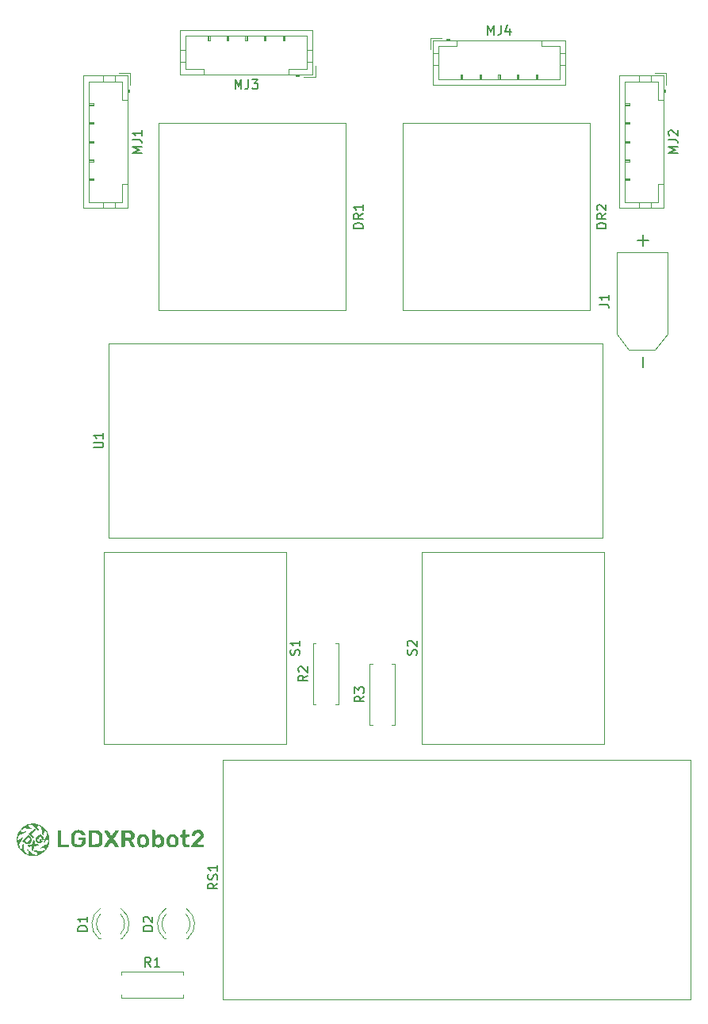
<source format=gbr>
%TF.GenerationSoftware,KiCad,Pcbnew,9.0.5*%
%TF.CreationDate,2025-10-17T21:32:40+01:00*%
%TF.ProjectId,Board,426f6172-642e-46b6-9963-61645f706362,v1*%
%TF.SameCoordinates,Original*%
%TF.FileFunction,Legend,Top*%
%TF.FilePolarity,Positive*%
%FSLAX46Y46*%
G04 Gerber Fmt 4.6, Leading zero omitted, Abs format (unit mm)*
G04 Created by KiCad (PCBNEW 9.0.5) date 2025-10-17 21:32:40*
%MOMM*%
%LPD*%
G01*
G04 APERTURE LIST*
%ADD10C,0.150000*%
%ADD11C,0.120000*%
%ADD12C,0.000000*%
G04 APERTURE END LIST*
D10*
X113290873Y-140057289D02*
X112957540Y-139581098D01*
X112719445Y-140057289D02*
X112719445Y-139057289D01*
X112719445Y-139057289D02*
X113100397Y-139057289D01*
X113100397Y-139057289D02*
X113195635Y-139104908D01*
X113195635Y-139104908D02*
X113243254Y-139152527D01*
X113243254Y-139152527D02*
X113290873Y-139247765D01*
X113290873Y-139247765D02*
X113290873Y-139390622D01*
X113290873Y-139390622D02*
X113243254Y-139485860D01*
X113243254Y-139485860D02*
X113195635Y-139533479D01*
X113195635Y-139533479D02*
X113100397Y-139581098D01*
X113100397Y-139581098D02*
X112719445Y-139581098D01*
X114243254Y-140057289D02*
X113671826Y-140057289D01*
X113957540Y-140057289D02*
X113957540Y-139057289D01*
X113957540Y-139057289D02*
X113862302Y-139200146D01*
X113862302Y-139200146D02*
X113767064Y-139295384D01*
X113767064Y-139295384D02*
X113671826Y-139343003D01*
X120417687Y-131144572D02*
X119941496Y-131477905D01*
X120417687Y-131716000D02*
X119417687Y-131716000D01*
X119417687Y-131716000D02*
X119417687Y-131335048D01*
X119417687Y-131335048D02*
X119465306Y-131239810D01*
X119465306Y-131239810D02*
X119512925Y-131192191D01*
X119512925Y-131192191D02*
X119608163Y-131144572D01*
X119608163Y-131144572D02*
X119751020Y-131144572D01*
X119751020Y-131144572D02*
X119846258Y-131192191D01*
X119846258Y-131192191D02*
X119893877Y-131239810D01*
X119893877Y-131239810D02*
X119941496Y-131335048D01*
X119941496Y-131335048D02*
X119941496Y-131716000D01*
X120370068Y-130763619D02*
X120417687Y-130620762D01*
X120417687Y-130620762D02*
X120417687Y-130382667D01*
X120417687Y-130382667D02*
X120370068Y-130287429D01*
X120370068Y-130287429D02*
X120322448Y-130239810D01*
X120322448Y-130239810D02*
X120227210Y-130192191D01*
X120227210Y-130192191D02*
X120131972Y-130192191D01*
X120131972Y-130192191D02*
X120036734Y-130239810D01*
X120036734Y-130239810D02*
X119989115Y-130287429D01*
X119989115Y-130287429D02*
X119941496Y-130382667D01*
X119941496Y-130382667D02*
X119893877Y-130573143D01*
X119893877Y-130573143D02*
X119846258Y-130668381D01*
X119846258Y-130668381D02*
X119798639Y-130716000D01*
X119798639Y-130716000D02*
X119703401Y-130763619D01*
X119703401Y-130763619D02*
X119608163Y-130763619D01*
X119608163Y-130763619D02*
X119512925Y-130716000D01*
X119512925Y-130716000D02*
X119465306Y-130668381D01*
X119465306Y-130668381D02*
X119417687Y-130573143D01*
X119417687Y-130573143D02*
X119417687Y-130335048D01*
X119417687Y-130335048D02*
X119465306Y-130192191D01*
X120417687Y-129239810D02*
X120417687Y-129811238D01*
X120417687Y-129525524D02*
X119417687Y-129525524D01*
X119417687Y-129525524D02*
X119560544Y-129620762D01*
X119560544Y-129620762D02*
X119655782Y-129716000D01*
X119655782Y-129716000D02*
X119703401Y-129811238D01*
X161924819Y-61238094D02*
X160924819Y-61238094D01*
X160924819Y-61238094D02*
X160924819Y-60999999D01*
X160924819Y-60999999D02*
X160972438Y-60857142D01*
X160972438Y-60857142D02*
X161067676Y-60761904D01*
X161067676Y-60761904D02*
X161162914Y-60714285D01*
X161162914Y-60714285D02*
X161353390Y-60666666D01*
X161353390Y-60666666D02*
X161496247Y-60666666D01*
X161496247Y-60666666D02*
X161686723Y-60714285D01*
X161686723Y-60714285D02*
X161781961Y-60761904D01*
X161781961Y-60761904D02*
X161877200Y-60857142D01*
X161877200Y-60857142D02*
X161924819Y-60999999D01*
X161924819Y-60999999D02*
X161924819Y-61238094D01*
X161924819Y-59666666D02*
X161448628Y-59999999D01*
X161924819Y-60238094D02*
X160924819Y-60238094D01*
X160924819Y-60238094D02*
X160924819Y-59857142D01*
X160924819Y-59857142D02*
X160972438Y-59761904D01*
X160972438Y-59761904D02*
X161020057Y-59714285D01*
X161020057Y-59714285D02*
X161115295Y-59666666D01*
X161115295Y-59666666D02*
X161258152Y-59666666D01*
X161258152Y-59666666D02*
X161353390Y-59714285D01*
X161353390Y-59714285D02*
X161401009Y-59761904D01*
X161401009Y-59761904D02*
X161448628Y-59857142D01*
X161448628Y-59857142D02*
X161448628Y-60238094D01*
X161020057Y-59285713D02*
X160972438Y-59238094D01*
X160972438Y-59238094D02*
X160924819Y-59142856D01*
X160924819Y-59142856D02*
X160924819Y-58904761D01*
X160924819Y-58904761D02*
X160972438Y-58809523D01*
X160972438Y-58809523D02*
X161020057Y-58761904D01*
X161020057Y-58761904D02*
X161115295Y-58714285D01*
X161115295Y-58714285D02*
X161210533Y-58714285D01*
X161210533Y-58714285D02*
X161353390Y-58761904D01*
X161353390Y-58761904D02*
X161924819Y-59333332D01*
X161924819Y-59333332D02*
X161924819Y-58714285D01*
X112354819Y-53190475D02*
X111354819Y-53190475D01*
X111354819Y-53190475D02*
X112069104Y-52857142D01*
X112069104Y-52857142D02*
X111354819Y-52523809D01*
X111354819Y-52523809D02*
X112354819Y-52523809D01*
X111354819Y-51761904D02*
X112069104Y-51761904D01*
X112069104Y-51761904D02*
X112211961Y-51809523D01*
X112211961Y-51809523D02*
X112307200Y-51904761D01*
X112307200Y-51904761D02*
X112354819Y-52047618D01*
X112354819Y-52047618D02*
X112354819Y-52142856D01*
X112354819Y-50761904D02*
X112354819Y-51333332D01*
X112354819Y-51047618D02*
X111354819Y-51047618D01*
X111354819Y-51047618D02*
X111497676Y-51142856D01*
X111497676Y-51142856D02*
X111592914Y-51238094D01*
X111592914Y-51238094D02*
X111640533Y-51333332D01*
X136084819Y-111166666D02*
X135608628Y-111499999D01*
X136084819Y-111738094D02*
X135084819Y-111738094D01*
X135084819Y-111738094D02*
X135084819Y-111357142D01*
X135084819Y-111357142D02*
X135132438Y-111261904D01*
X135132438Y-111261904D02*
X135180057Y-111214285D01*
X135180057Y-111214285D02*
X135275295Y-111166666D01*
X135275295Y-111166666D02*
X135418152Y-111166666D01*
X135418152Y-111166666D02*
X135513390Y-111214285D01*
X135513390Y-111214285D02*
X135561009Y-111261904D01*
X135561009Y-111261904D02*
X135608628Y-111357142D01*
X135608628Y-111357142D02*
X135608628Y-111738094D01*
X135084819Y-110833332D02*
X135084819Y-110214285D01*
X135084819Y-110214285D02*
X135465771Y-110547618D01*
X135465771Y-110547618D02*
X135465771Y-110404761D01*
X135465771Y-110404761D02*
X135513390Y-110309523D01*
X135513390Y-110309523D02*
X135561009Y-110261904D01*
X135561009Y-110261904D02*
X135656247Y-110214285D01*
X135656247Y-110214285D02*
X135894342Y-110214285D01*
X135894342Y-110214285D02*
X135989580Y-110261904D01*
X135989580Y-110261904D02*
X136037200Y-110309523D01*
X136037200Y-110309523D02*
X136084819Y-110404761D01*
X136084819Y-110404761D02*
X136084819Y-110690475D01*
X136084819Y-110690475D02*
X136037200Y-110785713D01*
X136037200Y-110785713D02*
X135989580Y-110833332D01*
X107214819Y-84651904D02*
X108024342Y-84651904D01*
X108024342Y-84651904D02*
X108119580Y-84604285D01*
X108119580Y-84604285D02*
X108167200Y-84556666D01*
X108167200Y-84556666D02*
X108214819Y-84461428D01*
X108214819Y-84461428D02*
X108214819Y-84270952D01*
X108214819Y-84270952D02*
X108167200Y-84175714D01*
X108167200Y-84175714D02*
X108119580Y-84128095D01*
X108119580Y-84128095D02*
X108024342Y-84080476D01*
X108024342Y-84080476D02*
X107214819Y-84080476D01*
X108214819Y-83080476D02*
X108214819Y-83651904D01*
X108214819Y-83366190D02*
X107214819Y-83366190D01*
X107214819Y-83366190D02*
X107357676Y-83461428D01*
X107357676Y-83461428D02*
X107452914Y-83556666D01*
X107452914Y-83556666D02*
X107500533Y-83651904D01*
X161204819Y-69333333D02*
X161919104Y-69333333D01*
X161919104Y-69333333D02*
X162061961Y-69380952D01*
X162061961Y-69380952D02*
X162157200Y-69476190D01*
X162157200Y-69476190D02*
X162204819Y-69619047D01*
X162204819Y-69619047D02*
X162204819Y-69714285D01*
X162204819Y-68333333D02*
X162204819Y-68904761D01*
X162204819Y-68619047D02*
X161204819Y-68619047D01*
X161204819Y-68619047D02*
X161347676Y-68714285D01*
X161347676Y-68714285D02*
X161442914Y-68809523D01*
X161442914Y-68809523D02*
X161490533Y-68904761D01*
X165864700Y-63071428D02*
X165864700Y-61928571D01*
X166436128Y-62499999D02*
X165293271Y-62499999D01*
X165864700Y-76071428D02*
X165864700Y-74928571D01*
X149309524Y-40554819D02*
X149309524Y-39554819D01*
X149309524Y-39554819D02*
X149642857Y-40269104D01*
X149642857Y-40269104D02*
X149976190Y-39554819D01*
X149976190Y-39554819D02*
X149976190Y-40554819D01*
X150738095Y-39554819D02*
X150738095Y-40269104D01*
X150738095Y-40269104D02*
X150690476Y-40411961D01*
X150690476Y-40411961D02*
X150595238Y-40507200D01*
X150595238Y-40507200D02*
X150452381Y-40554819D01*
X150452381Y-40554819D02*
X150357143Y-40554819D01*
X151642857Y-39888152D02*
X151642857Y-40554819D01*
X151404762Y-39507200D02*
X151166667Y-40221485D01*
X151166667Y-40221485D02*
X151785714Y-40221485D01*
X113489688Y-136227524D02*
X112489688Y-136227524D01*
X112489688Y-136227524D02*
X112489688Y-135989429D01*
X112489688Y-135989429D02*
X112537307Y-135846572D01*
X112537307Y-135846572D02*
X112632545Y-135751334D01*
X112632545Y-135751334D02*
X112727783Y-135703715D01*
X112727783Y-135703715D02*
X112918259Y-135656096D01*
X112918259Y-135656096D02*
X113061116Y-135656096D01*
X113061116Y-135656096D02*
X113251592Y-135703715D01*
X113251592Y-135703715D02*
X113346830Y-135751334D01*
X113346830Y-135751334D02*
X113442069Y-135846572D01*
X113442069Y-135846572D02*
X113489688Y-135989429D01*
X113489688Y-135989429D02*
X113489688Y-136227524D01*
X112584926Y-135275143D02*
X112537307Y-135227524D01*
X112537307Y-135227524D02*
X112489688Y-135132286D01*
X112489688Y-135132286D02*
X112489688Y-134894191D01*
X112489688Y-134894191D02*
X112537307Y-134798953D01*
X112537307Y-134798953D02*
X112584926Y-134751334D01*
X112584926Y-134751334D02*
X112680164Y-134703715D01*
X112680164Y-134703715D02*
X112775402Y-134703715D01*
X112775402Y-134703715D02*
X112918259Y-134751334D01*
X112918259Y-134751334D02*
X113489688Y-135322762D01*
X113489688Y-135322762D02*
X113489688Y-134703715D01*
X169604819Y-53190475D02*
X168604819Y-53190475D01*
X168604819Y-53190475D02*
X169319104Y-52857142D01*
X169319104Y-52857142D02*
X168604819Y-52523809D01*
X168604819Y-52523809D02*
X169604819Y-52523809D01*
X168604819Y-51761904D02*
X169319104Y-51761904D01*
X169319104Y-51761904D02*
X169461961Y-51809523D01*
X169461961Y-51809523D02*
X169557200Y-51904761D01*
X169557200Y-51904761D02*
X169604819Y-52047618D01*
X169604819Y-52047618D02*
X169604819Y-52142856D01*
X168700057Y-51333332D02*
X168652438Y-51285713D01*
X168652438Y-51285713D02*
X168604819Y-51190475D01*
X168604819Y-51190475D02*
X168604819Y-50952380D01*
X168604819Y-50952380D02*
X168652438Y-50857142D01*
X168652438Y-50857142D02*
X168700057Y-50809523D01*
X168700057Y-50809523D02*
X168795295Y-50761904D01*
X168795295Y-50761904D02*
X168890533Y-50761904D01*
X168890533Y-50761904D02*
X169033390Y-50809523D01*
X169033390Y-50809523D02*
X169604819Y-51380951D01*
X169604819Y-51380951D02*
X169604819Y-50761904D01*
X106494510Y-136227524D02*
X105494510Y-136227524D01*
X105494510Y-136227524D02*
X105494510Y-135989429D01*
X105494510Y-135989429D02*
X105542129Y-135846572D01*
X105542129Y-135846572D02*
X105637367Y-135751334D01*
X105637367Y-135751334D02*
X105732605Y-135703715D01*
X105732605Y-135703715D02*
X105923081Y-135656096D01*
X105923081Y-135656096D02*
X106065938Y-135656096D01*
X106065938Y-135656096D02*
X106256414Y-135703715D01*
X106256414Y-135703715D02*
X106351652Y-135751334D01*
X106351652Y-135751334D02*
X106446891Y-135846572D01*
X106446891Y-135846572D02*
X106494510Y-135989429D01*
X106494510Y-135989429D02*
X106494510Y-136227524D01*
X106494510Y-134703715D02*
X106494510Y-135275143D01*
X106494510Y-134989429D02*
X105494510Y-134989429D01*
X105494510Y-134989429D02*
X105637367Y-135084667D01*
X105637367Y-135084667D02*
X105732605Y-135179905D01*
X105732605Y-135179905D02*
X105780224Y-135275143D01*
X122309524Y-46354819D02*
X122309524Y-45354819D01*
X122309524Y-45354819D02*
X122642857Y-46069104D01*
X122642857Y-46069104D02*
X122976190Y-45354819D01*
X122976190Y-45354819D02*
X122976190Y-46354819D01*
X123738095Y-45354819D02*
X123738095Y-46069104D01*
X123738095Y-46069104D02*
X123690476Y-46211961D01*
X123690476Y-46211961D02*
X123595238Y-46307200D01*
X123595238Y-46307200D02*
X123452381Y-46354819D01*
X123452381Y-46354819D02*
X123357143Y-46354819D01*
X124119048Y-45354819D02*
X124738095Y-45354819D01*
X124738095Y-45354819D02*
X124404762Y-45735771D01*
X124404762Y-45735771D02*
X124547619Y-45735771D01*
X124547619Y-45735771D02*
X124642857Y-45783390D01*
X124642857Y-45783390D02*
X124690476Y-45831009D01*
X124690476Y-45831009D02*
X124738095Y-45926247D01*
X124738095Y-45926247D02*
X124738095Y-46164342D01*
X124738095Y-46164342D02*
X124690476Y-46259580D01*
X124690476Y-46259580D02*
X124642857Y-46307200D01*
X124642857Y-46307200D02*
X124547619Y-46354819D01*
X124547619Y-46354819D02*
X124261905Y-46354819D01*
X124261905Y-46354819D02*
X124166667Y-46307200D01*
X124166667Y-46307200D02*
X124119048Y-46259580D01*
X130060131Y-108954945D02*
X129583940Y-109288278D01*
X130060131Y-109526373D02*
X129060131Y-109526373D01*
X129060131Y-109526373D02*
X129060131Y-109145421D01*
X129060131Y-109145421D02*
X129107750Y-109050183D01*
X129107750Y-109050183D02*
X129155369Y-109002564D01*
X129155369Y-109002564D02*
X129250607Y-108954945D01*
X129250607Y-108954945D02*
X129393464Y-108954945D01*
X129393464Y-108954945D02*
X129488702Y-109002564D01*
X129488702Y-109002564D02*
X129536321Y-109050183D01*
X129536321Y-109050183D02*
X129583940Y-109145421D01*
X129583940Y-109145421D02*
X129583940Y-109526373D01*
X129155369Y-108573992D02*
X129107750Y-108526373D01*
X129107750Y-108526373D02*
X129060131Y-108431135D01*
X129060131Y-108431135D02*
X129060131Y-108193040D01*
X129060131Y-108193040D02*
X129107750Y-108097802D01*
X129107750Y-108097802D02*
X129155369Y-108050183D01*
X129155369Y-108050183D02*
X129250607Y-108002564D01*
X129250607Y-108002564D02*
X129345845Y-108002564D01*
X129345845Y-108002564D02*
X129488702Y-108050183D01*
X129488702Y-108050183D02*
X130060131Y-108621611D01*
X130060131Y-108621611D02*
X130060131Y-108002564D01*
X129157200Y-106761904D02*
X129204819Y-106619047D01*
X129204819Y-106619047D02*
X129204819Y-106380952D01*
X129204819Y-106380952D02*
X129157200Y-106285714D01*
X129157200Y-106285714D02*
X129109580Y-106238095D01*
X129109580Y-106238095D02*
X129014342Y-106190476D01*
X129014342Y-106190476D02*
X128919104Y-106190476D01*
X128919104Y-106190476D02*
X128823866Y-106238095D01*
X128823866Y-106238095D02*
X128776247Y-106285714D01*
X128776247Y-106285714D02*
X128728628Y-106380952D01*
X128728628Y-106380952D02*
X128681009Y-106571428D01*
X128681009Y-106571428D02*
X128633390Y-106666666D01*
X128633390Y-106666666D02*
X128585771Y-106714285D01*
X128585771Y-106714285D02*
X128490533Y-106761904D01*
X128490533Y-106761904D02*
X128395295Y-106761904D01*
X128395295Y-106761904D02*
X128300057Y-106714285D01*
X128300057Y-106714285D02*
X128252438Y-106666666D01*
X128252438Y-106666666D02*
X128204819Y-106571428D01*
X128204819Y-106571428D02*
X128204819Y-106333333D01*
X128204819Y-106333333D02*
X128252438Y-106190476D01*
X129204819Y-105238095D02*
X129204819Y-105809523D01*
X129204819Y-105523809D02*
X128204819Y-105523809D01*
X128204819Y-105523809D02*
X128347676Y-105619047D01*
X128347676Y-105619047D02*
X128442914Y-105714285D01*
X128442914Y-105714285D02*
X128490533Y-105809523D01*
X141657200Y-106761904D02*
X141704819Y-106619047D01*
X141704819Y-106619047D02*
X141704819Y-106380952D01*
X141704819Y-106380952D02*
X141657200Y-106285714D01*
X141657200Y-106285714D02*
X141609580Y-106238095D01*
X141609580Y-106238095D02*
X141514342Y-106190476D01*
X141514342Y-106190476D02*
X141419104Y-106190476D01*
X141419104Y-106190476D02*
X141323866Y-106238095D01*
X141323866Y-106238095D02*
X141276247Y-106285714D01*
X141276247Y-106285714D02*
X141228628Y-106380952D01*
X141228628Y-106380952D02*
X141181009Y-106571428D01*
X141181009Y-106571428D02*
X141133390Y-106666666D01*
X141133390Y-106666666D02*
X141085771Y-106714285D01*
X141085771Y-106714285D02*
X140990533Y-106761904D01*
X140990533Y-106761904D02*
X140895295Y-106761904D01*
X140895295Y-106761904D02*
X140800057Y-106714285D01*
X140800057Y-106714285D02*
X140752438Y-106666666D01*
X140752438Y-106666666D02*
X140704819Y-106571428D01*
X140704819Y-106571428D02*
X140704819Y-106333333D01*
X140704819Y-106333333D02*
X140752438Y-106190476D01*
X140800057Y-105809523D02*
X140752438Y-105761904D01*
X140752438Y-105761904D02*
X140704819Y-105666666D01*
X140704819Y-105666666D02*
X140704819Y-105428571D01*
X140704819Y-105428571D02*
X140752438Y-105333333D01*
X140752438Y-105333333D02*
X140800057Y-105285714D01*
X140800057Y-105285714D02*
X140895295Y-105238095D01*
X140895295Y-105238095D02*
X140990533Y-105238095D01*
X140990533Y-105238095D02*
X141133390Y-105285714D01*
X141133390Y-105285714D02*
X141704819Y-105857142D01*
X141704819Y-105857142D02*
X141704819Y-105238095D01*
X135954819Y-61238094D02*
X134954819Y-61238094D01*
X134954819Y-61238094D02*
X134954819Y-60999999D01*
X134954819Y-60999999D02*
X135002438Y-60857142D01*
X135002438Y-60857142D02*
X135097676Y-60761904D01*
X135097676Y-60761904D02*
X135192914Y-60714285D01*
X135192914Y-60714285D02*
X135383390Y-60666666D01*
X135383390Y-60666666D02*
X135526247Y-60666666D01*
X135526247Y-60666666D02*
X135716723Y-60714285D01*
X135716723Y-60714285D02*
X135811961Y-60761904D01*
X135811961Y-60761904D02*
X135907200Y-60857142D01*
X135907200Y-60857142D02*
X135954819Y-60999999D01*
X135954819Y-60999999D02*
X135954819Y-61238094D01*
X135954819Y-59666666D02*
X135478628Y-59999999D01*
X135954819Y-60238094D02*
X134954819Y-60238094D01*
X134954819Y-60238094D02*
X134954819Y-59857142D01*
X134954819Y-59857142D02*
X135002438Y-59761904D01*
X135002438Y-59761904D02*
X135050057Y-59714285D01*
X135050057Y-59714285D02*
X135145295Y-59666666D01*
X135145295Y-59666666D02*
X135288152Y-59666666D01*
X135288152Y-59666666D02*
X135383390Y-59714285D01*
X135383390Y-59714285D02*
X135431009Y-59761904D01*
X135431009Y-59761904D02*
X135478628Y-59857142D01*
X135478628Y-59857142D02*
X135478628Y-60238094D01*
X135954819Y-58714285D02*
X135954819Y-59285713D01*
X135954819Y-58999999D02*
X134954819Y-58999999D01*
X134954819Y-58999999D02*
X135097676Y-59095237D01*
X135097676Y-59095237D02*
X135192914Y-59190475D01*
X135192914Y-59190475D02*
X135240533Y-59285713D01*
D11*
%TO.C,R1*%
X110187540Y-140602470D02*
X116727540Y-140602470D01*
X110187540Y-140932470D02*
X110187540Y-140602470D01*
X110187540Y-143012470D02*
X110187540Y-143342470D01*
X110187540Y-143342470D02*
X116727540Y-143342470D01*
X116727540Y-140602470D02*
X116727540Y-140932470D01*
X116727540Y-143342470D02*
X116727540Y-143012470D01*
%TO.C,RS1*%
X120962868Y-134141715D02*
X120962868Y-126861715D01*
X170962868Y-118001715D02*
X120962868Y-118001715D01*
X120962868Y-143501715D01*
X170962868Y-143501715D01*
X170962868Y-118001715D01*
%TO.C,DR2*%
X160230000Y-70000000D02*
X140230000Y-70000000D01*
X140230000Y-50000000D01*
X160230000Y-50000000D01*
X160230000Y-70000000D01*
%TO.C,MJ1*%
X106090000Y-44940000D02*
X106090000Y-59060000D01*
X106090000Y-59060000D02*
X110810000Y-59060000D01*
X106700000Y-45550000D02*
X106700000Y-58450000D01*
X106700000Y-47900000D02*
X107200000Y-47900000D01*
X106700000Y-48000000D02*
X107200000Y-48000000D01*
X106700000Y-49900000D02*
X107200000Y-49900000D01*
X106700000Y-50000000D02*
X107200000Y-50000000D01*
X106700000Y-51900000D02*
X107200000Y-51900000D01*
X106700000Y-52000000D02*
X107200000Y-52000000D01*
X106700000Y-53900000D02*
X107200000Y-53900000D01*
X106700000Y-54000000D02*
X107200000Y-54000000D01*
X106700000Y-55900000D02*
X107200000Y-55900000D01*
X106700000Y-56000000D02*
X107200000Y-56000000D01*
X106700000Y-58450000D02*
X110200000Y-58450000D01*
X107200000Y-47900000D02*
X107200000Y-48100000D01*
X107200000Y-48100000D02*
X106700000Y-48100000D01*
X107200000Y-49900000D02*
X107200000Y-50100000D01*
X107200000Y-50100000D02*
X106700000Y-50100000D01*
X107200000Y-51900000D02*
X107200000Y-52100000D01*
X107200000Y-52100000D02*
X106700000Y-52100000D01*
X107200000Y-53900000D02*
X107200000Y-54100000D01*
X107200000Y-54100000D02*
X106700000Y-54100000D01*
X107200000Y-55900000D02*
X107200000Y-56100000D01*
X107200000Y-56100000D02*
X106700000Y-56100000D01*
X108200000Y-44940000D02*
X108200000Y-45550000D01*
X108200000Y-59060000D02*
X108200000Y-58450000D01*
X109500000Y-44940000D02*
X109500000Y-45550000D01*
X109500000Y-59060000D02*
X109500000Y-58450000D01*
X110200000Y-45550000D02*
X106700000Y-45550000D01*
X110200000Y-47500000D02*
X110200000Y-45550000D01*
X110200000Y-56500000D02*
X110810000Y-56500000D01*
X110200000Y-58450000D02*
X110200000Y-56500000D01*
X110810000Y-44940000D02*
X106090000Y-44940000D01*
X110810000Y-46700000D02*
X111010000Y-46700000D01*
X110810000Y-47500000D02*
X110200000Y-47500000D01*
X110810000Y-59060000D02*
X110810000Y-44940000D01*
X110910000Y-46700000D02*
X110910000Y-46400000D01*
X111010000Y-46400000D02*
X110810000Y-46400000D01*
X111010000Y-46700000D02*
X111010000Y-46400000D01*
X111110000Y-44640000D02*
X109860000Y-44640000D01*
X111110000Y-45890000D02*
X111110000Y-44640000D01*
%TO.C,R3*%
X136630000Y-107730000D02*
X136960000Y-107730000D01*
X136630000Y-114270000D02*
X136630000Y-107730000D01*
X136960000Y-114270000D02*
X136630000Y-114270000D01*
X139040000Y-114270000D02*
X139370000Y-114270000D01*
X139370000Y-107730000D02*
X139040000Y-107730000D01*
X139370000Y-114270000D02*
X139370000Y-107730000D01*
%TO.C,U1*%
X108760000Y-73500000D02*
X161570000Y-73500000D01*
X161570000Y-94280000D01*
X108760000Y-94280000D01*
X108760000Y-73500000D01*
D12*
%TO.C,G\u002A\u002A\u002A*%
G36*
X100968856Y-125329303D02*
G01*
X101048316Y-125412241D01*
X100797373Y-125664232D01*
X100546430Y-125916223D01*
X100682808Y-126050549D01*
X100750652Y-126121487D01*
X100799489Y-126180397D01*
X100819149Y-126214965D01*
X100819185Y-126215710D01*
X100801403Y-126252739D01*
X100761828Y-126298972D01*
X100721115Y-126332032D01*
X100707544Y-126336655D01*
X100684761Y-126318512D01*
X100631815Y-126269171D01*
X100556709Y-126196268D01*
X100471549Y-126111560D01*
X100247624Y-125886465D01*
X100568510Y-125566415D01*
X100889396Y-125246365D01*
X100968856Y-125329303D01*
G37*
G36*
X103633838Y-125474462D02*
G01*
X103691497Y-125492181D01*
X103699485Y-125498156D01*
X103710208Y-125526190D01*
X103718594Y-125589028D01*
X103724812Y-125690617D01*
X103729032Y-125834904D01*
X103731423Y-126025837D01*
X103732154Y-126259736D01*
X103732154Y-126988649D01*
X104160932Y-126996146D01*
X104589710Y-127003643D01*
X104598178Y-127137129D01*
X104596218Y-127238493D01*
X104574575Y-127290562D01*
X104570954Y-127293251D01*
X104529492Y-127302512D01*
X104444692Y-127309476D01*
X104326562Y-127314219D01*
X104185111Y-127316819D01*
X104030348Y-127317355D01*
X103872281Y-127315902D01*
X103720920Y-127312539D01*
X103586273Y-127307344D01*
X103478348Y-127300394D01*
X103407155Y-127291766D01*
X103383687Y-127284050D01*
X103373908Y-127258157D01*
X103366064Y-127199518D01*
X103360018Y-127104319D01*
X103355633Y-126968747D01*
X103352772Y-126788988D01*
X103351298Y-126561227D01*
X103351018Y-126374959D01*
X103351266Y-126130970D01*
X103352188Y-125935938D01*
X103354049Y-125784375D01*
X103357112Y-125670793D01*
X103361643Y-125589702D01*
X103367906Y-125535613D01*
X103376166Y-125503038D01*
X103386687Y-125486488D01*
X103394080Y-125482011D01*
X103462934Y-125468204D01*
X103550252Y-125466078D01*
X103633838Y-125474462D01*
G37*
G36*
X100378255Y-126098598D02*
G01*
X100502019Y-126229286D01*
X100582792Y-126338606D01*
X100623633Y-126434246D01*
X100627601Y-126523892D01*
X100597753Y-126615230D01*
X100589965Y-126630665D01*
X100541610Y-126699190D01*
X100465676Y-126783378D01*
X100378684Y-126866953D01*
X100297150Y-126933639D01*
X100256077Y-126959628D01*
X100156402Y-126986434D01*
X100048225Y-126980114D01*
X99988853Y-126958603D01*
X99945833Y-126926896D01*
X99876363Y-126866995D01*
X99792337Y-126789358D01*
X99750482Y-126749015D01*
X99593238Y-126595283D01*
X99863986Y-126595283D01*
X99960049Y-126683761D01*
X100020801Y-126735762D01*
X100066244Y-126767575D01*
X100078448Y-126772239D01*
X100112612Y-126757358D01*
X100170766Y-126720190D01*
X100191609Y-126705230D01*
X100270211Y-126635600D01*
X100342057Y-126554144D01*
X100348865Y-126544856D01*
X100389463Y-126482358D01*
X100399842Y-126438811D01*
X100383463Y-126390385D01*
X100374019Y-126371672D01*
X100330433Y-126294905D01*
X100291114Y-126253798D01*
X100246979Y-126249352D01*
X100188948Y-126282571D01*
X100107937Y-126354454D01*
X100054228Y-126406939D01*
X99863986Y-126595283D01*
X99593238Y-126595283D01*
X99566559Y-126569200D01*
X99886024Y-126248900D01*
X100205489Y-125928601D01*
X100378255Y-126098598D01*
G37*
G36*
X112682266Y-125948282D02*
G01*
X112844786Y-126005603D01*
X112969475Y-126101624D01*
X113057056Y-126237112D01*
X113108251Y-126412835D01*
X113123839Y-126611639D01*
X113118023Y-126782205D01*
X113097171Y-126914146D01*
X113057668Y-127022071D01*
X112998909Y-127116558D01*
X112899934Y-127208470D01*
X112763723Y-127277198D01*
X112603997Y-127318739D01*
X112434476Y-127329095D01*
X112316603Y-127315502D01*
X112140313Y-127257355D01*
X112002089Y-127160614D01*
X111902449Y-127026117D01*
X111841910Y-126854701D01*
X111825403Y-126690969D01*
X112179562Y-126690969D01*
X112204789Y-126840366D01*
X112259807Y-126954569D01*
X112341979Y-127029335D01*
X112448670Y-127060420D01*
X112525509Y-127055977D01*
X112601212Y-127036139D01*
X112656426Y-127010048D01*
X112659040Y-127008013D01*
X112714169Y-126932449D01*
X112752467Y-126817496D01*
X112769789Y-126676717D01*
X112770373Y-126643799D01*
X112759113Y-126468784D01*
X112724037Y-126340190D01*
X112662623Y-126254326D01*
X112572349Y-126207502D01*
X112464138Y-126195692D01*
X112349474Y-126219453D01*
X112264679Y-126287749D01*
X112209035Y-126401393D01*
X112186760Y-126510621D01*
X112179562Y-126690969D01*
X111825403Y-126690969D01*
X111820991Y-126647205D01*
X111826149Y-126522835D01*
X111862622Y-126324809D01*
X111935665Y-126167087D01*
X112045550Y-126049423D01*
X112192550Y-125971571D01*
X112376933Y-125933284D01*
X112481191Y-125928893D01*
X112682266Y-125948282D01*
G37*
G36*
X116938753Y-125444231D02*
G01*
X117001293Y-125462910D01*
X117012025Y-125470932D01*
X117029677Y-125517008D01*
X117040940Y-125608340D01*
X117044694Y-125729560D01*
X117044694Y-125955519D01*
X117236754Y-125955519D01*
X117428814Y-125955519D01*
X117420516Y-126084833D01*
X117412218Y-126214147D01*
X117228456Y-126222197D01*
X117044694Y-126230247D01*
X117044694Y-126564100D01*
X117046264Y-126726523D01*
X117053844Y-126842792D01*
X117071736Y-126921173D01*
X117104244Y-126969933D01*
X117155671Y-126997337D01*
X117230321Y-127011654D01*
X117280319Y-127016721D01*
X117439442Y-127030867D01*
X117448014Y-127150677D01*
X117445498Y-127243614D01*
X117422525Y-127292001D01*
X117420790Y-127293186D01*
X117368575Y-127307055D01*
X117281211Y-127312706D01*
X117177351Y-127310276D01*
X117075649Y-127299901D01*
X117024958Y-127290286D01*
X116919719Y-127257278D01*
X116839610Y-127210000D01*
X116781128Y-127141273D01*
X116740771Y-127043917D01*
X116715034Y-126910751D01*
X116700415Y-126734596D01*
X116695813Y-126615701D01*
X116684727Y-126227759D01*
X116584303Y-126227759D01*
X116486922Y-126213188D01*
X116432845Y-126167862D01*
X116418542Y-126102033D01*
X116427753Y-126017534D01*
X116462953Y-125972631D01*
X116535495Y-125956427D01*
X116571187Y-125955519D01*
X116690782Y-125955519D01*
X116690782Y-125729560D01*
X116694892Y-125603360D01*
X116706468Y-125513881D01*
X116723451Y-125470932D01*
X116775280Y-125448241D01*
X116855231Y-125439341D01*
X116938753Y-125444231D01*
G37*
G36*
X101536070Y-125963523D02*
G01*
X101655930Y-126010050D01*
X101762035Y-126095858D01*
X101848433Y-126214136D01*
X101895596Y-126331285D01*
X101901077Y-126437749D01*
X101869332Y-126515214D01*
X101842613Y-126546032D01*
X101816908Y-126547403D01*
X101776156Y-126515772D01*
X101746824Y-126488100D01*
X101683533Y-126406827D01*
X101663129Y-126335781D01*
X101640286Y-126255820D01*
X101582774Y-126195823D01*
X101510230Y-126173311D01*
X101455706Y-126194240D01*
X101385482Y-126247942D01*
X101312347Y-126320792D01*
X101249090Y-126399162D01*
X101208499Y-126469426D01*
X101200321Y-126503521D01*
X101223494Y-126584981D01*
X101282252Y-126640580D01*
X101360460Y-126661464D01*
X101441978Y-126638778D01*
X101444255Y-126637364D01*
X101467480Y-126613060D01*
X101453476Y-126579932D01*
X101432360Y-126555148D01*
X101398806Y-126512985D01*
X101400895Y-126482316D01*
X101440335Y-126438454D01*
X101440447Y-126438341D01*
X101500183Y-126378605D01*
X101626385Y-126504807D01*
X101700838Y-126586061D01*
X101731673Y-126646662D01*
X101717972Y-126699742D01*
X101658817Y-126758432D01*
X101605871Y-126798369D01*
X101490026Y-126862429D01*
X101380037Y-126876779D01*
X101263376Y-126841864D01*
X101209133Y-126812471D01*
X101089644Y-126716123D01*
X101012090Y-126600147D01*
X100979785Y-126473564D01*
X100996041Y-126345393D01*
X101018320Y-126292926D01*
X101077615Y-126208754D01*
X101167320Y-126114557D01*
X101270575Y-126027328D01*
X101308469Y-126000469D01*
X101415887Y-125959412D01*
X101536070Y-125963523D01*
G37*
G36*
X115822764Y-125948271D02*
G01*
X115989650Y-126007595D01*
X116119310Y-126106591D01*
X116211484Y-126244986D01*
X116265910Y-126422507D01*
X116282422Y-126622507D01*
X116263386Y-126828396D01*
X116208016Y-127004272D01*
X116118919Y-127145131D01*
X115998702Y-127245968D01*
X115943232Y-127273665D01*
X115826060Y-127306723D01*
X115681869Y-127325059D01*
X115536617Y-127326506D01*
X115443494Y-127315385D01*
X115276960Y-127257340D01*
X115144358Y-127156815D01*
X115065250Y-127050816D01*
X115026018Y-126973866D01*
X115001557Y-126894583D01*
X114987421Y-126794080D01*
X114980874Y-126692467D01*
X114980808Y-126581671D01*
X115337412Y-126581671D01*
X115338155Y-126756609D01*
X115369277Y-126888886D01*
X115431930Y-126981779D01*
X115492926Y-127024019D01*
X115570086Y-127058962D01*
X115627237Y-127068928D01*
X115691676Y-127055894D01*
X115734707Y-127041528D01*
X115818248Y-126992108D01*
X115874357Y-126908472D01*
X115905540Y-126784969D01*
X115914357Y-126636119D01*
X115904647Y-126464302D01*
X115872549Y-126338775D01*
X115815173Y-126254995D01*
X115729629Y-126208414D01*
X115633719Y-126194704D01*
X115521832Y-126207828D01*
X115439103Y-126257293D01*
X115382272Y-126347354D01*
X115348079Y-126482271D01*
X115337412Y-126581671D01*
X114980808Y-126581671D01*
X114980760Y-126501457D01*
X115002637Y-126350341D01*
X115049213Y-126228090D01*
X115119508Y-126127844D01*
X115234760Y-126024851D01*
X115370040Y-125960945D01*
X115536189Y-125931806D01*
X115618915Y-125928893D01*
X115822764Y-125948271D01*
G37*
G36*
X118495941Y-125464399D02*
G01*
X118670214Y-125523523D01*
X118806376Y-125618657D01*
X118901280Y-125746200D01*
X118951779Y-125902548D01*
X118959454Y-125994957D01*
X118954388Y-126086070D01*
X118933966Y-126170525D01*
X118893296Y-126255983D01*
X118827489Y-126350103D01*
X118731655Y-126460545D01*
X118600902Y-126594971D01*
X118534944Y-126659889D01*
X118210571Y-126976419D01*
X118600891Y-126990031D01*
X118991211Y-127003643D01*
X118999679Y-127137129D01*
X118997719Y-127238493D01*
X118976076Y-127290562D01*
X118972455Y-127293251D01*
X118935985Y-127299728D01*
X118853231Y-127305518D01*
X118732355Y-127310339D01*
X118581517Y-127313907D01*
X118408881Y-127315941D01*
X118307138Y-127316302D01*
X118100746Y-127315945D01*
X117942288Y-127314301D01*
X117825258Y-127310970D01*
X117743150Y-127305555D01*
X117689456Y-127297656D01*
X117657672Y-127286876D01*
X117643431Y-127275653D01*
X117622001Y-127212563D01*
X117625627Y-127134275D01*
X117657922Y-127054503D01*
X117733434Y-126949431D01*
X117852911Y-126818242D01*
X118017104Y-126660122D01*
X118226762Y-126474256D01*
X118253116Y-126451669D01*
X118406440Y-126309673D01*
X118511251Y-126185567D01*
X118569036Y-126075681D01*
X118581280Y-125976344D01*
X118549467Y-125883887D01*
X118506287Y-125826205D01*
X118450995Y-125784075D01*
X118373987Y-125766634D01*
X118324610Y-125764951D01*
X118210143Y-125781343D01*
X118124040Y-125835167D01*
X118057096Y-125933394D01*
X118034387Y-125984761D01*
X117991623Y-126091639D01*
X117833503Y-126091639D01*
X117733612Y-126087458D01*
X117679049Y-126068230D01*
X117660930Y-126023923D01*
X117670366Y-125944508D01*
X117676721Y-125914683D01*
X117737322Y-125759331D01*
X117839764Y-125630585D01*
X117976217Y-125532750D01*
X118138851Y-125470130D01*
X118319836Y-125447027D01*
X118495941Y-125464399D01*
G37*
G36*
X100776757Y-126513220D02*
G01*
X100826336Y-126549882D01*
X100848451Y-126570016D01*
X100891629Y-126616287D01*
X100914373Y-126661316D01*
X100918211Y-126719358D01*
X100904668Y-126804667D01*
X100883513Y-126897257D01*
X100878946Y-126928829D01*
X100892808Y-126942578D01*
X100936795Y-126940985D01*
X101021967Y-126926648D01*
X101110094Y-126912588D01*
X101165188Y-126913725D01*
X101207584Y-126934447D01*
X101255424Y-126977046D01*
X101301192Y-127029245D01*
X101318761Y-127067025D01*
X101316203Y-127074268D01*
X101281416Y-127088386D01*
X101207380Y-127108738D01*
X101108356Y-127131512D01*
X101079658Y-127137486D01*
X100977656Y-127159467D01*
X100898023Y-127178910D01*
X100854399Y-127192411D01*
X100850496Y-127194662D01*
X100839981Y-127225683D01*
X100823140Y-127297326D01*
X100802924Y-127396561D01*
X100794043Y-127443845D01*
X100771689Y-127550396D01*
X100748760Y-127634251D01*
X100728993Y-127682599D01*
X100722443Y-127689267D01*
X100687506Y-127677307D01*
X100634843Y-127635923D01*
X100617145Y-127618417D01*
X100577648Y-127571470D01*
X100557046Y-127524374D01*
X100554311Y-127463413D01*
X100568413Y-127374869D01*
X100591307Y-127274194D01*
X100595598Y-127243930D01*
X100582155Y-127230018D01*
X100539590Y-127230291D01*
X100456518Y-127242578D01*
X100439796Y-127245334D01*
X100347541Y-127259043D01*
X100289897Y-127259218D01*
X100247881Y-127241933D01*
X100202510Y-127203257D01*
X100193113Y-127194288D01*
X100142166Y-127141328D01*
X100113595Y-127103576D01*
X100111361Y-127097049D01*
X100136295Y-127084481D01*
X100203371Y-127066046D01*
X100300999Y-127044677D01*
X100370107Y-127031544D01*
X100492112Y-127008105D01*
X100570403Y-126988186D01*
X100615200Y-126967832D01*
X100636722Y-126943092D01*
X100642328Y-126926240D01*
X100655328Y-126869199D01*
X100675554Y-126780042D01*
X100694889Y-126694604D01*
X100717235Y-126603434D01*
X100737205Y-126535164D01*
X100749641Y-126506021D01*
X100776757Y-126513220D01*
G37*
G36*
X107016248Y-125467937D02*
G01*
X107160103Y-125471096D01*
X107213524Y-125472942D01*
X107445180Y-125486814D01*
X107630074Y-125510923D01*
X107775419Y-125548347D01*
X107888427Y-125602160D01*
X107976312Y-125675436D01*
X108046286Y-125771252D01*
X108084227Y-125844158D01*
X108112767Y-125909287D01*
X108132459Y-125969010D01*
X108144940Y-126035584D01*
X108151848Y-126121266D01*
X108154820Y-126238312D01*
X108155480Y-126377491D01*
X108152887Y-126570477D01*
X108143266Y-126719933D01*
X108124431Y-126836557D01*
X108094194Y-126931052D01*
X108050370Y-127014119D01*
X108014989Y-127065149D01*
X107935683Y-127146910D01*
X107830289Y-127210815D01*
X107693355Y-127258264D01*
X107519428Y-127290658D01*
X107303057Y-127309396D01*
X107038788Y-127315878D01*
X107038510Y-127315879D01*
X106876968Y-127313067D01*
X106767021Y-127303660D01*
X106709802Y-127287765D01*
X106705016Y-127284050D01*
X106695250Y-127258186D01*
X106687414Y-127199602D01*
X106681371Y-127104490D01*
X106677665Y-126990031D01*
X107025217Y-126990031D01*
X107283085Y-126990031D01*
X107404313Y-126986769D01*
X107511712Y-126978038D01*
X107588838Y-126965418D01*
X107609912Y-126958611D01*
X107671669Y-126923153D01*
X107716436Y-126875777D01*
X107747119Y-126807633D01*
X107766626Y-126709867D01*
X107777860Y-126573630D01*
X107782823Y-126431939D01*
X107785296Y-126279057D01*
X107783576Y-126169289D01*
X107776643Y-126091392D01*
X107763476Y-126034126D01*
X107743056Y-125986249D01*
X107742235Y-125984678D01*
X107688703Y-125899080D01*
X107626598Y-125841330D01*
X107544198Y-125806127D01*
X107429780Y-125788173D01*
X107294913Y-125782457D01*
X107039871Y-125778563D01*
X107032544Y-126384297D01*
X107025217Y-126990031D01*
X106677665Y-126990031D01*
X106676985Y-126969035D01*
X106674118Y-126789429D01*
X106672635Y-126561858D01*
X106672347Y-126372565D01*
X106672347Y-125493748D01*
X106743910Y-125475787D01*
X106796219Y-125470355D01*
X106890976Y-125467714D01*
X107016248Y-125467937D01*
G37*
G36*
X113600857Y-125438263D02*
G01*
X113675320Y-125440089D01*
X113725272Y-125451606D01*
X113755605Y-125481874D01*
X113771212Y-125539951D01*
X113776984Y-125634895D01*
X113777813Y-125765947D01*
X113777813Y-126060582D01*
X113901531Y-125991435D01*
X113978625Y-125953297D01*
X114049443Y-125934183D01*
X114136683Y-125929829D01*
X114213073Y-125932900D01*
X114323036Y-125942699D01*
X114399407Y-125961441D01*
X114462997Y-125995803D01*
X114502605Y-126025833D01*
X114597921Y-126118088D01*
X114663087Y-126221740D01*
X114703214Y-126349299D01*
X114723412Y-126513275D01*
X114726434Y-126573664D01*
X114727121Y-126740166D01*
X114713995Y-126868703D01*
X114691794Y-126956857D01*
X114627810Y-127084329D01*
X114531616Y-127199624D01*
X114420673Y-127281941D01*
X114417577Y-127283542D01*
X114329364Y-127311647D01*
X114213854Y-127327196D01*
X114097223Y-127327899D01*
X114026491Y-127317741D01*
X113937090Y-127284000D01*
X113857444Y-127237843D01*
X113795986Y-127194901D01*
X113764702Y-127185870D01*
X113750809Y-127211207D01*
X113745677Y-127241853D01*
X113725815Y-127287103D01*
X113673189Y-127308266D01*
X113644732Y-127311919D01*
X113559773Y-127313358D01*
X113488194Y-127304594D01*
X113423901Y-127288458D01*
X113423901Y-126576476D01*
X113775774Y-126576476D01*
X113784747Y-126734663D01*
X113806127Y-126832255D01*
X113859580Y-126937549D01*
X113944467Y-127009691D01*
X114047851Y-127044126D01*
X114156797Y-127036298D01*
X114249906Y-126988572D01*
X114317443Y-126902879D01*
X114359069Y-126777326D01*
X114372314Y-126621197D01*
X114368360Y-126543473D01*
X114340552Y-126397758D01*
X114285348Y-126295946D01*
X114199454Y-126233117D01*
X114149201Y-126216070D01*
X114030755Y-126209173D01*
X113930587Y-126248237D01*
X113852298Y-126326791D01*
X113799493Y-126438361D01*
X113775774Y-126576476D01*
X113423901Y-126576476D01*
X113423901Y-126379885D01*
X113423769Y-126128380D01*
X113424040Y-125926004D01*
X113425712Y-125767440D01*
X113429784Y-125647372D01*
X113437257Y-125560484D01*
X113449128Y-125501459D01*
X113466396Y-125464981D01*
X113490062Y-125445735D01*
X113521123Y-125438403D01*
X113560579Y-125437669D01*
X113600857Y-125438263D01*
G37*
G36*
X105697145Y-125460534D02*
G01*
X105787074Y-125471163D01*
X105868636Y-125495532D01*
X105964806Y-125538606D01*
X105979876Y-125545985D01*
X106093084Y-125608664D01*
X106171887Y-125672349D01*
X106234487Y-125752075D01*
X106240269Y-125761054D01*
X106288227Y-125852074D01*
X106311895Y-125930340D01*
X106312690Y-125955519D01*
X106300751Y-125998784D01*
X106267709Y-126020891D01*
X106197984Y-126031159D01*
X106184498Y-126032176D01*
X106066668Y-126033900D01*
X105986796Y-126015354D01*
X105930514Y-125971318D01*
X105901373Y-125929276D01*
X105814562Y-125833860D01*
X105691972Y-125777011D01*
X105554204Y-125760794D01*
X105402327Y-125782486D01*
X105285036Y-125844068D01*
X105209517Y-125935562D01*
X105187779Y-126005348D01*
X105171903Y-126115337D01*
X105162062Y-126251584D01*
X105158427Y-126400141D01*
X105161169Y-126547064D01*
X105170460Y-126678404D01*
X105186470Y-126780217D01*
X105198648Y-126819640D01*
X105269532Y-126921031D01*
X105379329Y-126987438D01*
X105523101Y-127016161D01*
X105559376Y-127017153D01*
X105712134Y-126995747D01*
X105833214Y-126934786D01*
X105917595Y-126838808D01*
X105960255Y-126712349D01*
X105964523Y-126651083D01*
X105964523Y-126554447D01*
X105804512Y-126554447D01*
X105690850Y-126547008D01*
X105622201Y-126520588D01*
X105590660Y-126469030D01*
X105588325Y-126386180D01*
X105588335Y-126386075D01*
X105596999Y-126295819D01*
X105964523Y-126295819D01*
X106332047Y-126295819D01*
X106329907Y-126540835D01*
X106322809Y-126712754D01*
X106301921Y-126844887D01*
X106262701Y-126951104D01*
X106200611Y-127045275D01*
X106144170Y-127108316D01*
X105997483Y-127220968D01*
X105818196Y-127293740D01*
X105612578Y-127324879D01*
X105404434Y-127315103D01*
X105211749Y-127265869D01*
X105049720Y-127176026D01*
X104923444Y-127049509D01*
X104838018Y-126890255D01*
X104832093Y-126873205D01*
X104810897Y-126791066D01*
X104796936Y-126688676D01*
X104789245Y-126555059D01*
X104786859Y-126379239D01*
X104786876Y-126358809D01*
X104787831Y-126205739D01*
X104791195Y-126094852D01*
X104798695Y-126013887D01*
X104812053Y-125950585D01*
X104832997Y-125892684D01*
X104860899Y-125832722D01*
X104956292Y-125684493D01*
X105080460Y-125575467D01*
X105237860Y-125503310D01*
X105432954Y-125465690D01*
X105575877Y-125458680D01*
X105697145Y-125460534D01*
G37*
G36*
X110566975Y-125467482D02*
G01*
X110680453Y-125469482D01*
X110846584Y-125473490D01*
X110969128Y-125478289D01*
X111058936Y-125485511D01*
X111126861Y-125496792D01*
X111183757Y-125513765D01*
X111240476Y-125538063D01*
X111286816Y-125560771D01*
X111427838Y-125652798D01*
X111520580Y-125766512D01*
X111568945Y-125908049D01*
X111578449Y-126019605D01*
X111562078Y-126196187D01*
X111506281Y-126339383D01*
X111406319Y-126457771D01*
X111290621Y-126540835D01*
X111275303Y-126556499D01*
X111273693Y-126583215D01*
X111288861Y-126628583D01*
X111323877Y-126700203D01*
X111381811Y-126805675D01*
X111436152Y-126901113D01*
X111504952Y-127022776D01*
X111562739Y-127128148D01*
X111604594Y-127208013D01*
X111625599Y-127253155D01*
X111627116Y-127258919D01*
X111603100Y-127289363D01*
X111542009Y-127309062D01*
X111460275Y-127317333D01*
X111374334Y-127313496D01*
X111300619Y-127296867D01*
X111261686Y-127274088D01*
X111233087Y-127234568D01*
X111185776Y-127157441D01*
X111126078Y-127053446D01*
X111060318Y-126933327D01*
X111053297Y-126920175D01*
X110887540Y-126608895D01*
X110712848Y-126608895D01*
X110538156Y-126608895D01*
X110538156Y-126930138D01*
X110535104Y-127099022D01*
X110525969Y-127214567D01*
X110510782Y-127276432D01*
X110505487Y-127284050D01*
X110459944Y-127303838D01*
X110383425Y-127315446D01*
X110347588Y-127316719D01*
X110265018Y-127310000D01*
X110203586Y-127293067D01*
X110189689Y-127284050D01*
X110179831Y-127257985D01*
X110171941Y-127199012D01*
X110165877Y-127103302D01*
X110161502Y-126967026D01*
X110158674Y-126786355D01*
X110157254Y-126557461D01*
X110157020Y-126388992D01*
X110157128Y-126309431D01*
X110538156Y-126309431D01*
X110770912Y-126309431D01*
X110935957Y-126302460D01*
X111049879Y-126281644D01*
X111083299Y-126268252D01*
X111155762Y-126203267D01*
X111193954Y-126111341D01*
X111197246Y-126008348D01*
X111165006Y-125910161D01*
X111100496Y-125835495D01*
X111049303Y-125805711D01*
X110982810Y-125786450D01*
X110887010Y-125774798D01*
X110781222Y-125769048D01*
X110538156Y-125759533D01*
X110538156Y-126034482D01*
X110538156Y-126309431D01*
X110157128Y-126309431D01*
X110157353Y-126144022D01*
X110158002Y-126034482D01*
X110158515Y-125948022D01*
X110160753Y-125795514D01*
X110164312Y-125681022D01*
X110169439Y-125599072D01*
X110176378Y-125544185D01*
X110185375Y-125510887D01*
X110196677Y-125493701D01*
X110197226Y-125493233D01*
X110231969Y-125479846D01*
X110301549Y-125471270D01*
X110411405Y-125467238D01*
X110566975Y-125467482D01*
G37*
G36*
X108573618Y-125466900D02*
G01*
X108623764Y-125475419D01*
X108668519Y-125497462D01*
X108715088Y-125539449D01*
X108770673Y-125607797D01*
X108842477Y-125708925D01*
X108931940Y-125840711D01*
X108997452Y-125935093D01*
X109052728Y-126009712D01*
X109090301Y-126054753D01*
X109101481Y-126063522D01*
X109123315Y-126042545D01*
X109168566Y-125984642D01*
X109230821Y-125898440D01*
X109303669Y-125792563D01*
X109310655Y-125782171D01*
X109386751Y-125672573D01*
X109455916Y-125579903D01*
X109510760Y-125513609D01*
X109543892Y-125483139D01*
X109544895Y-125482707D01*
X109615589Y-125468180D01*
X109703225Y-125466035D01*
X109786486Y-125474970D01*
X109844058Y-125493684D01*
X109853597Y-125501553D01*
X109857674Y-125525808D01*
X109842189Y-125571026D01*
X109804236Y-125642481D01*
X109740911Y-125745444D01*
X109649310Y-125885188D01*
X109609912Y-125943943D01*
X109521954Y-126074968D01*
X109445197Y-126190085D01*
X109384575Y-126281829D01*
X109345020Y-126342739D01*
X109331491Y-126365088D01*
X109344702Y-126391072D01*
X109384341Y-126454549D01*
X109445706Y-126548338D01*
X109524098Y-126665261D01*
X109614815Y-126798139D01*
X109619346Y-126804717D01*
X109711013Y-126939145D01*
X109790929Y-127058956D01*
X109854277Y-127156709D01*
X109896235Y-127224963D01*
X109911987Y-127256277D01*
X109912004Y-127256598D01*
X109887902Y-127287751D01*
X109826345Y-127308247D01*
X109743458Y-127317119D01*
X109655366Y-127313396D01*
X109578194Y-127296109D01*
X109543731Y-127278745D01*
X109507659Y-127242154D01*
X109449319Y-127170735D01*
X109376818Y-127074850D01*
X109299464Y-126966586D01*
X109224935Y-126861359D01*
X109160883Y-126774666D01*
X109113907Y-126715178D01*
X109090606Y-126691569D01*
X109090152Y-126691484D01*
X109068578Y-126712273D01*
X109022716Y-126769837D01*
X108958849Y-126855895D01*
X108883258Y-126962166D01*
X108866023Y-126986939D01*
X108786275Y-127098670D01*
X108714019Y-127193788D01*
X108656421Y-127263277D01*
X108620646Y-127298127D01*
X108617106Y-127300015D01*
X108557854Y-127310594D01*
X108471008Y-127314163D01*
X108382523Y-127310833D01*
X108318352Y-127300718D01*
X108312593Y-127298689D01*
X108281037Y-127268755D01*
X108278563Y-127257512D01*
X108293287Y-127227326D01*
X108334225Y-127159967D01*
X108396533Y-127062983D01*
X108475362Y-126943920D01*
X108564416Y-126812443D01*
X108654695Y-126679399D01*
X108733249Y-126561441D01*
X108795245Y-126466009D01*
X108835850Y-126400538D01*
X108850233Y-126372543D01*
X108835802Y-126343752D01*
X108795754Y-126277468D01*
X108734918Y-126181336D01*
X108658125Y-126063001D01*
X108579071Y-125943398D01*
X108474916Y-125785506D01*
X108400949Y-125666812D01*
X108356376Y-125581739D01*
X108340400Y-125524715D01*
X108352227Y-125490162D01*
X108391060Y-125472506D01*
X108456104Y-125466173D01*
X108510881Y-125465487D01*
X108573618Y-125466900D01*
G37*
G36*
X100900316Y-124766346D02*
G01*
X101181006Y-124817490D01*
X101447832Y-124913478D01*
X101695502Y-125051122D01*
X101918723Y-125227234D01*
X102112202Y-125438624D01*
X102270644Y-125682105D01*
X102388758Y-125954487D01*
X102426164Y-126081007D01*
X102474276Y-126373543D01*
X102471166Y-126662802D01*
X102420022Y-126943492D01*
X102324034Y-127210318D01*
X102186390Y-127457988D01*
X102010278Y-127681209D01*
X101798888Y-127874688D01*
X101555407Y-128033130D01*
X101283025Y-128151244D01*
X101156505Y-128188650D01*
X100888511Y-128232924D01*
X100609362Y-128235215D01*
X100340619Y-128195556D01*
X100307796Y-128187380D01*
X100022111Y-128085213D01*
X99761587Y-127937404D01*
X99531058Y-127748822D01*
X99335355Y-127524335D01*
X99179310Y-127268813D01*
X99067758Y-126987124D01*
X99048862Y-126918991D01*
X99000823Y-126626704D01*
X99003050Y-126423685D01*
X99070107Y-126423685D01*
X99127505Y-126481083D01*
X99184903Y-126538481D01*
X99306856Y-126479232D01*
X99414456Y-126407071D01*
X99485052Y-126309739D01*
X99522710Y-126243173D01*
X99552194Y-126217628D01*
X99586251Y-126223857D01*
X99596385Y-126228979D01*
X99616153Y-126242456D01*
X99624941Y-126261899D01*
X99620079Y-126294948D01*
X99598897Y-126349245D01*
X99558726Y-126432431D01*
X99496896Y-126552147D01*
X99456760Y-126628596D01*
X99262044Y-126998729D01*
X99293506Y-127164530D01*
X99316746Y-127282713D01*
X99335017Y-127357977D01*
X99352677Y-127401049D01*
X99374081Y-127422653D01*
X99402677Y-127433279D01*
X99474284Y-127427201D01*
X99537338Y-127377705D01*
X99585511Y-127295778D01*
X99612479Y-127192402D01*
X99611912Y-127078564D01*
X99610885Y-127071771D01*
X99605062Y-126999062D01*
X99620749Y-126961992D01*
X99639629Y-126951163D01*
X99687088Y-126946609D01*
X99703034Y-126955109D01*
X99713326Y-126988336D01*
X99729381Y-127065343D01*
X99749309Y-127176000D01*
X99771222Y-127310177D01*
X99780482Y-127370565D01*
X99839776Y-127764711D01*
X99967740Y-127894628D01*
X100040916Y-127963896D01*
X100105921Y-128016772D01*
X100145675Y-128040406D01*
X100210692Y-128039096D01*
X100254469Y-127990442D01*
X100273972Y-127898414D01*
X100274705Y-127871556D01*
X100266926Y-127787065D01*
X100236426Y-127718096D01*
X100179332Y-127646893D01*
X100125165Y-127583343D01*
X100104819Y-127544916D01*
X100113371Y-127518478D01*
X100126530Y-127505995D01*
X100147529Y-127496965D01*
X100176569Y-127504639D01*
X100219831Y-127533765D01*
X100283493Y-127589090D01*
X100373735Y-127675362D01*
X100466597Y-127767235D01*
X100580785Y-127880369D01*
X100665215Y-127960823D01*
X100728392Y-128014655D01*
X100778821Y-128047924D01*
X100825007Y-128066687D01*
X100875454Y-128077003D01*
X100907340Y-128081178D01*
X101026290Y-128094813D01*
X101103201Y-128100598D01*
X101149956Y-128098219D01*
X101178441Y-128087359D01*
X101194876Y-128073547D01*
X101225332Y-128010786D01*
X101212756Y-127938276D01*
X101164831Y-127866076D01*
X101089243Y-127804245D01*
X100993676Y-127762840D01*
X100950858Y-127754153D01*
X100864485Y-127734310D01*
X100828130Y-127702969D01*
X100837920Y-127656417D01*
X100841960Y-127649716D01*
X100861391Y-127637638D01*
X100904209Y-127633813D01*
X100977686Y-127638774D01*
X101089089Y-127653057D01*
X101245691Y-127677194D01*
X101270295Y-127681173D01*
X101676741Y-127747157D01*
X101853697Y-127646390D01*
X101949092Y-127588380D01*
X102003981Y-127543757D01*
X102027617Y-127503801D01*
X102030653Y-127479617D01*
X102007018Y-127414911D01*
X101944718Y-127370178D01*
X101856663Y-127347936D01*
X101755761Y-127350701D01*
X101654922Y-127380991D01*
X101620313Y-127399615D01*
X101561324Y-127434126D01*
X101530648Y-127440105D01*
X101510426Y-127417873D01*
X101501591Y-127401766D01*
X101494496Y-127379671D01*
X101502485Y-127357113D01*
X101531931Y-127329540D01*
X101589206Y-127292401D01*
X101680682Y-127241143D01*
X101812731Y-127171215D01*
X101855827Y-127148720D01*
X102238706Y-126949195D01*
X102318491Y-126767787D01*
X102355655Y-126672992D01*
X102378587Y-126593756D01*
X102382711Y-126546162D01*
X102382099Y-126544225D01*
X102340302Y-126497762D01*
X102273016Y-126486944D01*
X102191740Y-126507460D01*
X102107975Y-126554998D01*
X102033220Y-126625248D01*
X101989365Y-126691453D01*
X101951878Y-126757526D01*
X101922357Y-126782543D01*
X101887953Y-126775759D01*
X101878784Y-126771095D01*
X101859118Y-126757630D01*
X101850441Y-126738130D01*
X101855434Y-126704977D01*
X101876777Y-126650550D01*
X101917151Y-126567232D01*
X101979236Y-126447403D01*
X102019681Y-126370614D01*
X102215526Y-125999541D01*
X102180436Y-125820992D01*
X102157355Y-125707108D01*
X102139703Y-125635454D01*
X102123051Y-125594712D01*
X102102967Y-125573563D01*
X102079161Y-125562258D01*
X102013586Y-125562449D01*
X101952376Y-125605993D01*
X101902026Y-125681840D01*
X101869029Y-125778935D01*
X101859879Y-125886227D01*
X101864141Y-125928227D01*
X101869964Y-126000936D01*
X101854277Y-126038006D01*
X101835397Y-126048835D01*
X101787938Y-126053389D01*
X101771992Y-126044889D01*
X101761700Y-126011662D01*
X101745645Y-125934655D01*
X101725718Y-125823999D01*
X101703804Y-125689821D01*
X101694545Y-125629433D01*
X101635250Y-125235287D01*
X101507286Y-125105370D01*
X101434110Y-125036103D01*
X101369105Y-124983226D01*
X101329351Y-124959592D01*
X101265920Y-124959593D01*
X101223519Y-124999073D01*
X101202761Y-125067032D01*
X101204263Y-125152475D01*
X101228640Y-125244403D01*
X101276507Y-125331817D01*
X101306538Y-125367438D01*
X101357742Y-125424167D01*
X101373707Y-125458425D01*
X101359397Y-125484463D01*
X101350140Y-125492639D01*
X101329257Y-125501941D01*
X101300628Y-125495061D01*
X101258062Y-125467307D01*
X101195369Y-125413986D01*
X101106360Y-125330405D01*
X101001865Y-125228605D01*
X100696677Y-124928811D01*
X100508195Y-124911880D01*
X100384910Y-124906171D01*
X100305881Y-124914627D01*
X100283597Y-124924924D01*
X100249547Y-124982140D01*
X100257854Y-125051343D01*
X100301045Y-125122566D01*
X100371652Y-125185843D01*
X100462202Y-125231208D01*
X100524169Y-125245845D01*
X100610519Y-125265674D01*
X100646870Y-125296999D01*
X100637111Y-125343560D01*
X100632973Y-125350433D01*
X100613678Y-125362563D01*
X100571308Y-125366427D01*
X100498554Y-125361478D01*
X100388108Y-125347170D01*
X100232662Y-125322956D01*
X100204637Y-125318374D01*
X99798285Y-125251636D01*
X99621477Y-125352920D01*
X99534802Y-125407083D01*
X99469407Y-125456452D01*
X99437892Y-125491364D01*
X99436928Y-125494402D01*
X99447486Y-125560166D01*
X99498797Y-125610591D01*
X99578517Y-125642407D01*
X99674305Y-125652341D01*
X99773819Y-125637122D01*
X99849313Y-125603720D01*
X99910533Y-125567727D01*
X99942735Y-125559917D01*
X99963038Y-125579552D01*
X99973516Y-125598384D01*
X99980713Y-125620600D01*
X99972824Y-125643191D01*
X99943450Y-125670744D01*
X99886191Y-125707846D01*
X99794648Y-125759082D01*
X99662420Y-125829039D01*
X99622936Y-125849637D01*
X99243631Y-126047218D01*
X99156869Y-126235451D01*
X99070107Y-126423685D01*
X99003050Y-126423685D01*
X99003994Y-126337602D01*
X99055175Y-126056994D01*
X99151170Y-125790187D01*
X99288781Y-125542489D01*
X99464810Y-125319209D01*
X99676060Y-125125656D01*
X99919333Y-124967136D01*
X100191431Y-124848958D01*
X100318521Y-124811348D01*
X100611057Y-124763236D01*
X100900316Y-124766346D01*
G37*
D11*
%TO.C,J1*%
X163040000Y-63790000D02*
X168460000Y-63790000D01*
X163040000Y-72510000D02*
X163040000Y-63790000D01*
X164340000Y-74210000D02*
X163040000Y-72510000D01*
X164340000Y-74210000D02*
X167160000Y-74210000D01*
X167160000Y-74210000D02*
X168460000Y-72510000D01*
X168460000Y-72510000D02*
X168460000Y-63790000D01*
%TO.C,MJ4*%
X143140000Y-40890000D02*
X143140000Y-42140000D01*
X143440000Y-41190000D02*
X143440000Y-45910000D01*
X143440000Y-42500000D02*
X144050000Y-42500000D01*
X143440000Y-43800000D02*
X144050000Y-43800000D01*
X143440000Y-45910000D02*
X157560000Y-45910000D01*
X144050000Y-41800000D02*
X144050000Y-45300000D01*
X144050000Y-45300000D02*
X156950000Y-45300000D01*
X144390000Y-40890000D02*
X143140000Y-40890000D01*
X144900000Y-40990000D02*
X144900000Y-41190000D01*
X145200000Y-40990000D02*
X144900000Y-40990000D01*
X145200000Y-41090000D02*
X144900000Y-41090000D01*
X145200000Y-41190000D02*
X145200000Y-40990000D01*
X146000000Y-41190000D02*
X146000000Y-41800000D01*
X146000000Y-41800000D02*
X144050000Y-41800000D01*
X146400000Y-44800000D02*
X146600000Y-44800000D01*
X146400000Y-45300000D02*
X146400000Y-44800000D01*
X146500000Y-45300000D02*
X146500000Y-44800000D01*
X146600000Y-44800000D02*
X146600000Y-45300000D01*
X148400000Y-44800000D02*
X148600000Y-44800000D01*
X148400000Y-45300000D02*
X148400000Y-44800000D01*
X148500000Y-45300000D02*
X148500000Y-44800000D01*
X148600000Y-44800000D02*
X148600000Y-45300000D01*
X150400000Y-44800000D02*
X150600000Y-44800000D01*
X150400000Y-45300000D02*
X150400000Y-44800000D01*
X150500000Y-45300000D02*
X150500000Y-44800000D01*
X150600000Y-44800000D02*
X150600000Y-45300000D01*
X152400000Y-44800000D02*
X152600000Y-44800000D01*
X152400000Y-45300000D02*
X152400000Y-44800000D01*
X152500000Y-45300000D02*
X152500000Y-44800000D01*
X152600000Y-44800000D02*
X152600000Y-45300000D01*
X154400000Y-44800000D02*
X154600000Y-44800000D01*
X154400000Y-45300000D02*
X154400000Y-44800000D01*
X154500000Y-45300000D02*
X154500000Y-44800000D01*
X154600000Y-44800000D02*
X154600000Y-45300000D01*
X155000000Y-41800000D02*
X155000000Y-41190000D01*
X156950000Y-41800000D02*
X155000000Y-41800000D01*
X156950000Y-45300000D02*
X156950000Y-41800000D01*
X157560000Y-41190000D02*
X143440000Y-41190000D01*
X157560000Y-42500000D02*
X156950000Y-42500000D01*
X157560000Y-43800000D02*
X156950000Y-43800000D01*
X157560000Y-45910000D02*
X157560000Y-41190000D01*
%TO.C,D2*%
X114758869Y-137049430D02*
X114914869Y-137049430D01*
X117074869Y-137049430D02*
X117230869Y-137049430D01*
X114759353Y-137049430D02*
G75*
G02*
X114914869Y-133817993I1235516J1560000D01*
G01*
X114914869Y-136530391D02*
G75*
G02*
X114914869Y-134448469I1080000J1040961D01*
G01*
X117074869Y-133817993D02*
G75*
G02*
X117230385Y-137049430I-1080000J-1671437D01*
G01*
X117074869Y-134448469D02*
G75*
G02*
X117074869Y-136530391I-1080000J-1040961D01*
G01*
%TO.C,MJ2*%
X163340000Y-44940000D02*
X163340000Y-59060000D01*
X163340000Y-59060000D02*
X168060000Y-59060000D01*
X163950000Y-45550000D02*
X163950000Y-58450000D01*
X163950000Y-47900000D02*
X164450000Y-47900000D01*
X163950000Y-48000000D02*
X164450000Y-48000000D01*
X163950000Y-49900000D02*
X164450000Y-49900000D01*
X163950000Y-50000000D02*
X164450000Y-50000000D01*
X163950000Y-51900000D02*
X164450000Y-51900000D01*
X163950000Y-52000000D02*
X164450000Y-52000000D01*
X163950000Y-53900000D02*
X164450000Y-53900000D01*
X163950000Y-54000000D02*
X164450000Y-54000000D01*
X163950000Y-55900000D02*
X164450000Y-55900000D01*
X163950000Y-56000000D02*
X164450000Y-56000000D01*
X163950000Y-58450000D02*
X167450000Y-58450000D01*
X164450000Y-47900000D02*
X164450000Y-48100000D01*
X164450000Y-48100000D02*
X163950000Y-48100000D01*
X164450000Y-49900000D02*
X164450000Y-50100000D01*
X164450000Y-50100000D02*
X163950000Y-50100000D01*
X164450000Y-51900000D02*
X164450000Y-52100000D01*
X164450000Y-52100000D02*
X163950000Y-52100000D01*
X164450000Y-53900000D02*
X164450000Y-54100000D01*
X164450000Y-54100000D02*
X163950000Y-54100000D01*
X164450000Y-55900000D02*
X164450000Y-56100000D01*
X164450000Y-56100000D02*
X163950000Y-56100000D01*
X165450000Y-44940000D02*
X165450000Y-45550000D01*
X165450000Y-59060000D02*
X165450000Y-58450000D01*
X166750000Y-44940000D02*
X166750000Y-45550000D01*
X166750000Y-59060000D02*
X166750000Y-58450000D01*
X167450000Y-45550000D02*
X163950000Y-45550000D01*
X167450000Y-47500000D02*
X167450000Y-45550000D01*
X167450000Y-56500000D02*
X168060000Y-56500000D01*
X167450000Y-58450000D02*
X167450000Y-56500000D01*
X168060000Y-44940000D02*
X163340000Y-44940000D01*
X168060000Y-46700000D02*
X168260000Y-46700000D01*
X168060000Y-47500000D02*
X167450000Y-47500000D01*
X168060000Y-59060000D02*
X168060000Y-44940000D01*
X168160000Y-46700000D02*
X168160000Y-46400000D01*
X168260000Y-46400000D02*
X168060000Y-46400000D01*
X168260000Y-46700000D02*
X168260000Y-46400000D01*
X168360000Y-44640000D02*
X167110000Y-44640000D01*
X168360000Y-45890000D02*
X168360000Y-44640000D01*
%TO.C,D1*%
X107763691Y-137049430D02*
X107919691Y-137049430D01*
X110079691Y-137049430D02*
X110235691Y-137049430D01*
X107764175Y-137049430D02*
G75*
G02*
X107919691Y-133817993I1235516J1560000D01*
G01*
X107919691Y-136530391D02*
G75*
G02*
X107919691Y-134448469I1080000J1040961D01*
G01*
X110079691Y-133817993D02*
G75*
G02*
X110235207Y-137049430I-1080000J-1671437D01*
G01*
X110079691Y-134448469D02*
G75*
G02*
X110079691Y-136530391I-1080000J-1040961D01*
G01*
%TO.C,MJ3*%
X116440000Y-40090000D02*
X116440000Y-44810000D01*
X116440000Y-42200000D02*
X117050000Y-42200000D01*
X116440000Y-43500000D02*
X117050000Y-43500000D01*
X116440000Y-44810000D02*
X130560000Y-44810000D01*
X117050000Y-40700000D02*
X117050000Y-44200000D01*
X117050000Y-44200000D02*
X119000000Y-44200000D01*
X119000000Y-44200000D02*
X119000000Y-44810000D01*
X119400000Y-41200000D02*
X119400000Y-40700000D01*
X119500000Y-40700000D02*
X119500000Y-41200000D01*
X119600000Y-40700000D02*
X119600000Y-41200000D01*
X119600000Y-41200000D02*
X119400000Y-41200000D01*
X121400000Y-41200000D02*
X121400000Y-40700000D01*
X121500000Y-40700000D02*
X121500000Y-41200000D01*
X121600000Y-40700000D02*
X121600000Y-41200000D01*
X121600000Y-41200000D02*
X121400000Y-41200000D01*
X123400000Y-41200000D02*
X123400000Y-40700000D01*
X123500000Y-40700000D02*
X123500000Y-41200000D01*
X123600000Y-40700000D02*
X123600000Y-41200000D01*
X123600000Y-41200000D02*
X123400000Y-41200000D01*
X125400000Y-41200000D02*
X125400000Y-40700000D01*
X125500000Y-40700000D02*
X125500000Y-41200000D01*
X125600000Y-40700000D02*
X125600000Y-41200000D01*
X125600000Y-41200000D02*
X125400000Y-41200000D01*
X127400000Y-41200000D02*
X127400000Y-40700000D01*
X127500000Y-40700000D02*
X127500000Y-41200000D01*
X127600000Y-40700000D02*
X127600000Y-41200000D01*
X127600000Y-41200000D02*
X127400000Y-41200000D01*
X128000000Y-44200000D02*
X129950000Y-44200000D01*
X128000000Y-44810000D02*
X128000000Y-44200000D01*
X128800000Y-44810000D02*
X128800000Y-45010000D01*
X128800000Y-44910000D02*
X129100000Y-44910000D01*
X128800000Y-45010000D02*
X129100000Y-45010000D01*
X129100000Y-45010000D02*
X129100000Y-44810000D01*
X129610000Y-45110000D02*
X130860000Y-45110000D01*
X129950000Y-40700000D02*
X117050000Y-40700000D01*
X129950000Y-44200000D02*
X129950000Y-40700000D01*
X130560000Y-40090000D02*
X116440000Y-40090000D01*
X130560000Y-42200000D02*
X129950000Y-42200000D01*
X130560000Y-43500000D02*
X129950000Y-43500000D01*
X130560000Y-44810000D02*
X130560000Y-40090000D01*
X130860000Y-45110000D02*
X130860000Y-43860000D01*
%TO.C,R2*%
X130605312Y-105518279D02*
X130935312Y-105518279D01*
X130605312Y-112058279D02*
X130605312Y-105518279D01*
X130935312Y-112058279D02*
X130605312Y-112058279D01*
X133015312Y-112058279D02*
X133345312Y-112058279D01*
X133345312Y-105518279D02*
X133015312Y-105518279D01*
X133345312Y-112058279D02*
X133345312Y-105518279D01*
%TO.C,S1*%
X108250000Y-116250000D02*
X127750000Y-116250000D01*
X127750000Y-95750000D01*
X108250000Y-95750000D01*
X108250000Y-116250000D01*
%TO.C,S2*%
X161750000Y-95750000D02*
X142250000Y-95750000D01*
X142250000Y-116250000D01*
X161750000Y-116250000D01*
X161750000Y-95750000D01*
%TO.C,DR1*%
X134140000Y-70000000D02*
X114140000Y-70000000D01*
X114140000Y-50000000D01*
X134140000Y-50000000D01*
X134140000Y-70000000D01*
%TD*%
M02*

</source>
